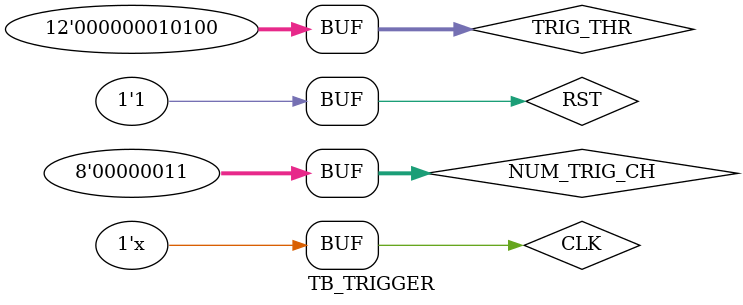
<source format=v>
`timescale 1ns / 1ps

module TB_TRIGGER;

   reg CLK                ;
   reg RST                ;
   reg [95:0] ADC_DATA1   ;
   reg [95:0] ADC_DATA2   ;
   reg [95:0] ADC_DATA3   ;
   reg [95:0] ADC_DATA4   ;
   reg [95:0] ADC_DATA5   ;
   reg [95:0] ADC_DATA6   ;
   reg [95:0] ADC_DATA7   ;
   reg [95:0] ADC_DATA8   ;
   reg [11:0] TRIG_THR    ;
   reg [7:0]  NUM_TRIG_CH ;
   
   wire       TRIG_OUT    ;
   
   TRIGGER uut(
               .CLK         ( CLK         ),
               .RST         ( RST         ),
               .ADC_DATA1   ( ADC_DATA1   ),
               .ADC_DATA2   ( ADC_DATA2   ),
               .ADC_DATA3   ( ADC_DATA3   ),
               .ADC_DATA4   ( ADC_DATA4   ),
               .ADC_DATA5   ( ADC_DATA5   ),
               .ADC_DATA6   ( ADC_DATA6   ),
               .ADC_DATA7   ( ADC_DATA7   ),
               .ADC_DATA8   ( ADC_DATA8   ),
               .TRIG_THR    ( TRIG_THR    ),
               .NUM_TRIG_CH ( NUM_TRIG_CH ),
               .TRIG_OUT    ( TRIG_OUT    )
               );
   
   parameter STEP=20;
   always #(STEP/2)
     CLK = ~CLK;
   initial CLK=0;

   initial begin
      RST <= 1'b1;
      #100 RST <= 1'b0;
      #10000000 RST <= 1'b1;
   end      

   initial begin
      TRIG_THR <= 12'd20;
      NUM_TRIG_CH <= 8'd3;
   end

   reg [11:0] COUNTER;
   always@ (posedge CLK) begin
      if( RST == 1'b1 ) begin
         COUNTER <= 0;
      end else begin
         COUNTER <= COUNTER + 12'b1;
      end
   end
   
   genvar     i;
   generate
      for( i=0; i<8;i=i+1 ) begin
         always@ (posedge CLK) begin
            if( RST == 1'b1 ) begin
               ADC_DATA1[12*i+11:12*i] <= 12'd0;
               ADC_DATA2[12*i+11:12*i] <= 12'd0;
               ADC_DATA3[12*i+11:12*i] <= 12'd0;
               ADC_DATA4[12*i+11:12*i] <= 12'd0;
               ADC_DATA5[12*i+11:12*i] <= 12'd0;
               ADC_DATA6[12*i+11:12*i] <= 12'd0;
               ADC_DATA7[12*i+11:12*i] <= 12'd0;
               ADC_DATA8[12*i+11:12*i] <= 12'd0;
            end else begin
               if( COUNTER == 12'd1500 ) begin
                  ADC_DATA1[12*i+11:12*i] <= 12'hfff;
                  ADC_DATA2[12*i+11:12*i] <= 12'hff;
                  ADC_DATA3[12*i+11:12*i] <= 12'hff;
                  ADC_DATA4[12*i+11:12*i] <= 12'hff;
                  ADC_DATA5[12*i+11:12*i] <= 12'hff;
                  ADC_DATA6[12*i+11:12*i] <= 12'hff;
                  ADC_DATA7[12*i+11:12*i] <= 12'hff;
                  ADC_DATA8[12*i+11:12*i] <= 12'hff;
               end else begin
                  ADC_DATA1[12*i+11:12*i] <= 12'hff;
                  ADC_DATA2[12*i+11:12*i] <= 12'hff;
                  ADC_DATA3[12*i+11:12*i] <= 12'hff;
                  ADC_DATA4[12*i+11:12*i] <= 12'hff;
                  ADC_DATA5[12*i+11:12*i] <= 12'hff;
                  ADC_DATA6[12*i+11:12*i] <= 12'hff;
                  ADC_DATA7[12*i+11:12*i] <= 12'hff;
                  ADC_DATA8[12*i+11:12*i] <= 12'hff;
                  // ADC_DATA1[12*i+11:12*i] <= ADC_DATA1[12*i+11:12*i] + 12'b1;
                  // ADC_DATA2[12*i+11:12*i] <= ADC_DATA2[12*i+11:12*i] + 12'b1;
                  // ADC_DATA3[12*i+11:12*i] <= ADC_DATA3[12*i+11:12*i] + 12'b1;
                  // ADC_DATA4[12*i+11:12*i] <= ADC_DATA4[12*i+11:12*i] + 12'b1;
                  // ADC_DATA5[12*i+11:12*i] <= ADC_DATA5[12*i+11:12*i] + 12'b1;
                  // ADC_DATA6[12*i+11:12*i] <= ADC_DATA6[12*i+11:12*i] + 12'b1;
                  // ADC_DATA7[12*i+11:12*i] <= ADC_DATA7[12*i+11:12*i] + 12'b1;
                  // ADC_DATA8[12*i+11:12*i] <= ADC_DATA8[12*i+11:12*i] + 12'b1;
               end
            end
         end
      end
   endgenerate
   
endmodule

</source>
